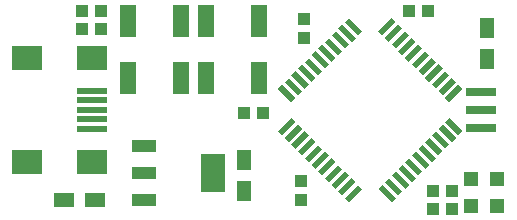
<source format=gtp>
G75*
G70*
%OFA0B0*%
%FSLAX24Y24*%
%IPPOS*%
%LPD*%
%AMOC8*
5,1,8,0,0,1.08239X$1,22.5*
%
%ADD10R,0.0984X0.0197*%
%ADD11R,0.0984X0.0787*%
%ADD12R,0.0551X0.1102*%
%ADD13R,0.0846X0.0394*%
%ADD14R,0.0846X0.1280*%
%ADD15R,0.0630X0.0197*%
%ADD16R,0.0394X0.0394*%
%ADD17R,0.0472X0.0512*%
%ADD18R,0.0689X0.0492*%
%ADD19R,0.0492X0.0689*%
%ADD20R,0.1024X0.0315*%
D10*
X003476Y004550D03*
X003476Y004865D03*
X003476Y005180D03*
X003476Y005495D03*
X003476Y005810D03*
D11*
X003476Y006912D03*
X001311Y006912D03*
X001311Y003448D03*
X003476Y003448D03*
D12*
X004667Y006235D03*
X006439Y006235D03*
X007267Y006235D03*
X009039Y006235D03*
X009039Y008125D03*
X007267Y008125D03*
X006439Y008125D03*
X004667Y008125D03*
D13*
X005211Y003986D03*
X005211Y003080D03*
X005211Y002174D03*
D14*
X007495Y003080D03*
D15*
G36*
X010484Y004554D02*
X010039Y004109D01*
X009900Y004248D01*
X010345Y004693D01*
X010484Y004554D01*
G37*
G36*
X010706Y004331D02*
X010261Y003886D01*
X010122Y004025D01*
X010567Y004470D01*
X010706Y004331D01*
G37*
G36*
X010929Y004108D02*
X010484Y003663D01*
X010345Y003802D01*
X010790Y004247D01*
X010929Y004108D01*
G37*
G36*
X011152Y003885D02*
X010707Y003440D01*
X010568Y003579D01*
X011013Y004024D01*
X011152Y003885D01*
G37*
G36*
X011375Y003663D02*
X010930Y003218D01*
X010791Y003357D01*
X011236Y003802D01*
X011375Y003663D01*
G37*
G36*
X011597Y003440D02*
X011152Y002995D01*
X011013Y003134D01*
X011458Y003579D01*
X011597Y003440D01*
G37*
G36*
X011820Y003217D02*
X011375Y002772D01*
X011236Y002911D01*
X011681Y003356D01*
X011820Y003217D01*
G37*
G36*
X012043Y002995D02*
X011598Y002550D01*
X011459Y002689D01*
X011904Y003134D01*
X012043Y002995D01*
G37*
G36*
X012265Y002772D02*
X011820Y002327D01*
X011681Y002466D01*
X012126Y002911D01*
X012265Y002772D01*
G37*
G36*
X012488Y002549D02*
X012043Y002104D01*
X011904Y002243D01*
X012349Y002688D01*
X012488Y002549D01*
G37*
G36*
X013463Y002104D02*
X013018Y002549D01*
X013157Y002688D01*
X013602Y002243D01*
X013463Y002104D01*
G37*
G36*
X013685Y002327D02*
X013240Y002772D01*
X013379Y002911D01*
X013824Y002466D01*
X013685Y002327D01*
G37*
G36*
X013908Y002550D02*
X013463Y002995D01*
X013602Y003134D01*
X014047Y002689D01*
X013908Y002550D01*
G37*
G36*
X014131Y002772D02*
X013686Y003217D01*
X013825Y003356D01*
X014270Y002911D01*
X014131Y002772D01*
G37*
G36*
X014353Y002995D02*
X013908Y003440D01*
X014047Y003579D01*
X014492Y003134D01*
X014353Y002995D01*
G37*
G36*
X014270Y003802D02*
X014715Y003357D01*
X014576Y003218D01*
X014131Y003663D01*
X014270Y003802D01*
G37*
G36*
X014493Y004024D02*
X014938Y003579D01*
X014799Y003440D01*
X014354Y003885D01*
X014493Y004024D01*
G37*
G36*
X014716Y004247D02*
X015161Y003802D01*
X015022Y003663D01*
X014577Y004108D01*
X014716Y004247D01*
G37*
G36*
X014938Y004470D02*
X015383Y004025D01*
X015244Y003886D01*
X014799Y004331D01*
X014938Y004470D01*
G37*
G36*
X015161Y004693D02*
X015606Y004248D01*
X015467Y004109D01*
X015022Y004554D01*
X015161Y004693D01*
G37*
G36*
X015384Y004915D02*
X015829Y004470D01*
X015690Y004331D01*
X015245Y004776D01*
X015384Y004915D01*
G37*
G36*
X015245Y005584D02*
X015690Y006029D01*
X015829Y005890D01*
X015384Y005445D01*
X015245Y005584D01*
G37*
G36*
X015606Y006112D02*
X015161Y005667D01*
X015022Y005806D01*
X015467Y006251D01*
X015606Y006112D01*
G37*
G36*
X015383Y006335D02*
X014938Y005890D01*
X014799Y006029D01*
X015244Y006474D01*
X015383Y006335D01*
G37*
G36*
X015161Y006558D02*
X014716Y006113D01*
X014577Y006252D01*
X015022Y006697D01*
X015161Y006558D01*
G37*
G36*
X014938Y006781D02*
X014493Y006336D01*
X014354Y006475D01*
X014799Y006920D01*
X014938Y006781D01*
G37*
G36*
X014715Y007003D02*
X014270Y006558D01*
X014131Y006697D01*
X014576Y007142D01*
X014715Y007003D01*
G37*
G36*
X014492Y007226D02*
X014047Y006781D01*
X013908Y006920D01*
X014353Y007365D01*
X014492Y007226D01*
G37*
G36*
X014270Y007449D02*
X013825Y007004D01*
X013686Y007143D01*
X014131Y007588D01*
X014270Y007449D01*
G37*
G36*
X014047Y007671D02*
X013602Y007226D01*
X013463Y007365D01*
X013908Y007810D01*
X014047Y007671D01*
G37*
G36*
X013824Y007894D02*
X013379Y007449D01*
X013240Y007588D01*
X013685Y008033D01*
X013824Y007894D01*
G37*
G36*
X013602Y008117D02*
X013157Y007672D01*
X013018Y007811D01*
X013463Y008256D01*
X013602Y008117D01*
G37*
G36*
X012043Y008256D02*
X012488Y007811D01*
X012349Y007672D01*
X011904Y008117D01*
X012043Y008256D01*
G37*
G36*
X011820Y008033D02*
X012265Y007588D01*
X012126Y007449D01*
X011681Y007894D01*
X011820Y008033D01*
G37*
G36*
X011598Y007810D02*
X012043Y007365D01*
X011904Y007226D01*
X011459Y007671D01*
X011598Y007810D01*
G37*
G36*
X011375Y007588D02*
X011820Y007143D01*
X011681Y007004D01*
X011236Y007449D01*
X011375Y007588D01*
G37*
G36*
X011152Y007365D02*
X011597Y006920D01*
X011458Y006781D01*
X011013Y007226D01*
X011152Y007365D01*
G37*
G36*
X010930Y007142D02*
X011375Y006697D01*
X011236Y006558D01*
X010791Y007003D01*
X010930Y007142D01*
G37*
G36*
X010707Y006920D02*
X011152Y006475D01*
X011013Y006336D01*
X010568Y006781D01*
X010707Y006920D01*
G37*
G36*
X010484Y006697D02*
X010929Y006252D01*
X010790Y006113D01*
X010345Y006558D01*
X010484Y006697D01*
G37*
G36*
X010261Y006474D02*
X010706Y006029D01*
X010567Y005890D01*
X010122Y006335D01*
X010261Y006474D01*
G37*
G36*
X010039Y006251D02*
X010484Y005806D01*
X010345Y005667D01*
X009900Y006112D01*
X010039Y006251D01*
G37*
G36*
X009816Y006029D02*
X010261Y005584D01*
X010122Y005445D01*
X009677Y005890D01*
X009816Y006029D01*
G37*
G36*
X010261Y004776D02*
X009816Y004331D01*
X009677Y004470D01*
X010122Y004915D01*
X010261Y004776D01*
G37*
D16*
X009168Y005080D03*
X008538Y005080D03*
X010453Y002795D03*
X010453Y002165D03*
X014838Y001880D03*
X015468Y001880D03*
X015468Y002480D03*
X014838Y002480D03*
X010553Y007565D03*
X010553Y008195D03*
X014038Y008480D03*
X014668Y008480D03*
X003768Y008480D03*
X003138Y008480D03*
X003138Y007880D03*
X003768Y007880D03*
D17*
X016120Y002880D03*
X016986Y002880D03*
X016986Y001980D03*
X016120Y001980D03*
D18*
X002541Y002180D03*
X003565Y002180D03*
D19*
X008553Y002468D03*
X008553Y003492D03*
X016653Y006868D03*
X016653Y007892D03*
D20*
X016453Y005771D03*
X016453Y005180D03*
X016453Y004589D03*
M02*

</source>
